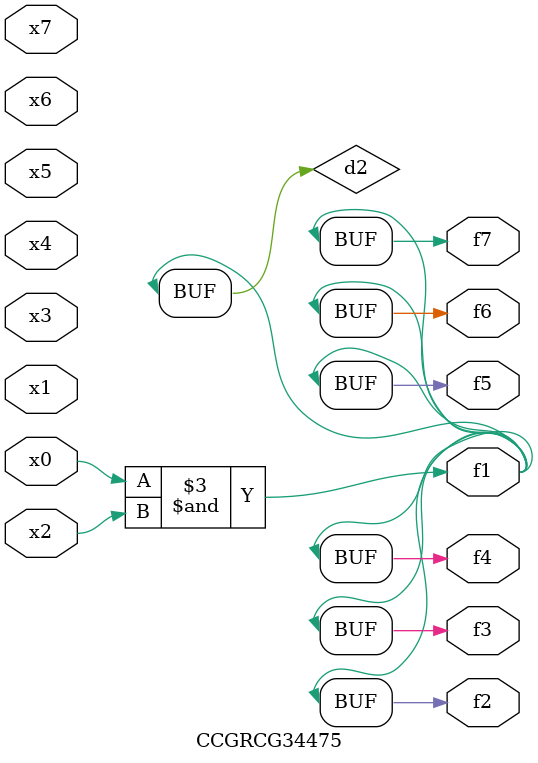
<source format=v>
module CCGRCG34475(
	input x0, x1, x2, x3, x4, x5, x6, x7,
	output f1, f2, f3, f4, f5, f6, f7
);

	wire d1, d2;

	nor (d1, x3, x6);
	and (d2, x0, x2);
	assign f1 = d2;
	assign f2 = d2;
	assign f3 = d2;
	assign f4 = d2;
	assign f5 = d2;
	assign f6 = d2;
	assign f7 = d2;
endmodule

</source>
